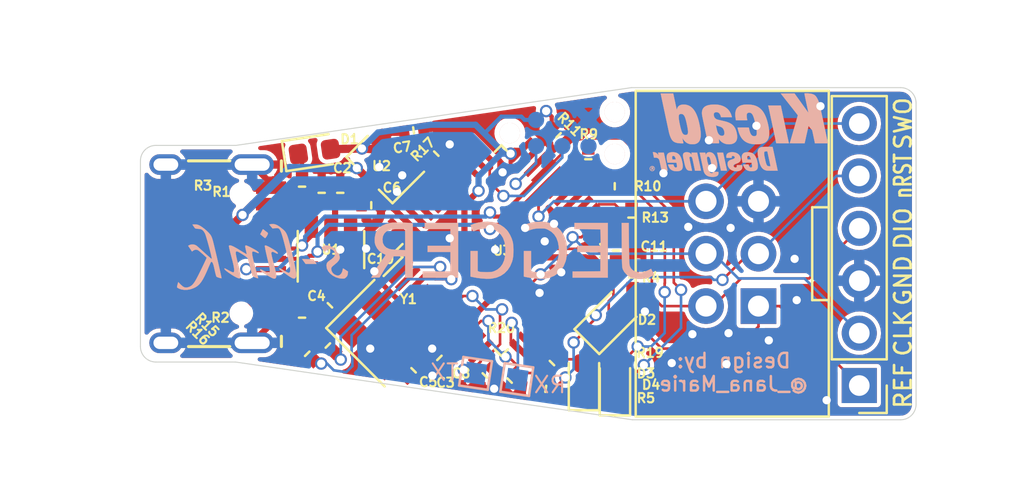
<source format=kicad_pcb>
(kicad_pcb (version 20211014) (generator pcbnew)
  (layers (0 "F.Cu" signal) (31 "B.Cu" signal) (34 "B.Paste" user) (35 "F.Paste" user) (36 "B.SilkS" user "B.Silkscreen") (37 "F.SilkS" user "F.Silkscreen") (38 "B.Mask" user) (39 "F.Mask" user) (44 "Edge.Cuts" user))
  (net 0 "")
  (net 1 "GND")
  (net 2 "VBUS")
  (net 3 "Net-(C4-Pad2)")
  (net 4 "Net-(C5-Pad1)")
  (net 5 "Net-(D1-Pad1)")
  (net 6 "Net-(J1-PadB5)")
  (net 7 "Net-(J1-PadA8)")
  (net 8 "D+")
  (net 9 "D-")
  (net 10 "Net-(J1-PadA5)")
  (net 11 "Net-(J1-PadB8)")
  (net 12 "Net-(U1-Pad3)")
  (net 13 "Net-(U1-Pad4)")
  (net 14 "+3V3")
  (net 15 "STM_NRST")
  (net 16 "REF")
  (net 17 "Net-(D2-Pad1)")
  (net 18 "Net-(D3-Pad1)")
  (net 19 "Net-(D4-Pad2)")
  (net 20 "Net-(P1-Pad6)")
  (net 21 "STM_JTCK")
  (net 22 "STM_JTMS")
  (net 23 "AIN_1")
  (net 24 "USB_RENUM")
  (net 25 "LED_STLINK")
  (net 26 "T_SWDIO_IN")
  (net 27 "T_JTMS")
  (net 28 "Net-(R15-Pad1)")
  (net 29 "Net-(R16-Pad1)")
  (net 30 "Net-(R17-Pad1)")
  (net 31 "T_JTCK")
  (net 32 "T_NRST")
  (net 33 "T_SWO")
  (net 34 "Net-(U3-Pad46)")
  (net 35 "Net-(U3-Pad45)")
  (net 36 "Net-(U3-Pad43)")
  (net 37 "Net-(U3-Pad42)")
  (net 38 "Net-(U3-Pad41)")
  (net 39 "Net-(U3-Pad40)")
  (net 40 "PWR_EN")
  (net 41 "Net-(U3-Pad22)")
  (net 42 "Net-(U3-Pad21)")
  (net 43 "T_JRST")
  (net 44 "T_JTDI")
  (net 45 "T_JTDO")
  (net 46 "Net-(U3-Pad14)")
  (net 47 "STLINK_RX")
  (net 48 "STLINK_TX")
  (net 49 "Net-(U3-Pad11)")
  (net 50 "Net-(U3-Pad4)")
  (net 51 "Net-(U3-Pad29)")
  (net 52 "Net-(P1-Pad3)")
  (footprint "otter:C_0402" (layer "F.Cu") (at 110.35 97.05 90)
    (fp_text reference "C2")
    (fp_text value "0.1µ" hide)
  )
  (footprint "otter:C_0402" (layer "F.Cu") (at 113.9 105.65 -135)
    (fp_text reference "C5")
    (fp_text value "22p" hide)
  )
  (footprint "LED_SMD:LED_0603_1608Metric" (layer "F.Cu") (at 109.1 95.05 8.5)
    (fp_text reference "D1")
    (fp_text value "PWR")
  )
  (footprint "otter:USB-C 16Pin" (layer "F.Cu") (at 107 100 -90)
    (fp_text reference "J1" hide)
    (fp_text value "USB")
  )
  (footprint "otter:IDC-Header_2x03_P2.54mm_Vertical_center" (layer "F.Cu") (at 129.3 100 180)
    (fp_text reference "J2" hide)
    (fp_text value "TC")
  )
  (footprint "otter:R_0402" (layer "F.Cu") (at 108.5 96.75 -90)
    (fp_text reference "R3")
    (fp_text value "5k1" hide)
  )
  (footprint "Package_TO_SOT_SMD:SOT-23-6" (layer "F.Cu") (at 109.9 99.8 90)
    (fp_text reference "U1")
    (fp_text value "USBLC6-4")
  )
  (footprint "otter:PinHeader_1x06_P2.54mm_Vertical_center" (layer "F.Cu") (at 135.45 100 180)
    (fp_text reference "J3" hide)
    (fp_text value "PINH")
  )
  (footprint "Crystal:Crystal_SMD_3225-4Pin_3.2x2.5mm" (layer "F.Cu") (at 112.25 103.85 -45)
    (fp_text reference "Y1")
    (fp_text value "8Mhz")
  )
  (footprint "otter:R_0402" (layer "F.Cu") (at 108.5 103.1 90)
    (fp_text reference "R2")
    (fp_text value "5k1" hide)
  )
  (footprint "otter:C_0402" (layer "F.Cu") (at 115.15 105.05 135)
    (fp_text reference "C3")
    (fp_text value "0.1µ" hide)
  )
  (footprint "otter:C_0402" (layer "F.Cu") (at 109.85 102.5 -135)
    (fp_text reference "C4")
    (fp_text value "22p" hide)
  )
  (footprint "otter:R_0402" (layer "F.Cu") (at 109.45 97.05 -90)
    (fp_text reference "R1")
    (fp_text value "5k1" hide)
  )
  (footprint "otter:C_0402" (layer "F.Cu") (at 111.85 97.65)
    (fp_text reference "C6")
    (fp_text value "10µ" hide)
  )
  (footprint "otter:C_0402" (layer "F.Cu") (at 113.9 94.01947 8.5)
    (fp_text reference "C7")
    (fp_text value "10µ" hide)
  )
  (footprint "otter:C_0402" (layer "F.Cu") (at 117.35 105.9 -135)
    (fp_text reference "C8")
    (fp_text value "0.1µ" hide)
  )
  (footprint "otter:C_0402" (layer "F.Cu") (at 112.25 99 135)
    (fp_text reference "C10")
    (fp_text value "0.1µ" hide)
  )
  (footprint "otter:C_0402" (layer "F.Cu") (at 123.7 99.85 90)
    (fp_text reference "C11")
    (fp_text value "0.1µ" hide)
  )
  (footprint "Diode_SMD:D_SOD-323" (layer "F.Cu") (at 123.35 103.2 45)
    (fp_text reference "D2")
    (fp_text value "BAT60JFILM")
  )
  (footprint "LED_SMD:LED_0603_1608Metric" (layer "F.Cu") (at 122.15 106.1 90)
    (fp_text reference "D3")
    (fp_text value "GREEN")
  )
  (footprint "LED_SMD:LED_0603_1608Metric" (layer "F.Cu") (at 123.65 106.350001 90)
    (fp_text reference "D4")
    (fp_text value "RED")
  )
  (footprint "otter:R_0402" (layer "F.Cu") (at 124.5 101.15 -90)
    (fp_text reference "R4")
    (fp_text value "10k" hide)
  )
  (footprint "otter:R_0402" (layer "F.Cu") (at 120.3 106.55 171.5)
    (fp_text reference "R5")
    (fp_text value "100" hide)
  )
  (footprint "otter:R_0402" (layer "F.Cu") (at 124.45 98.25 -90)
    (fp_text reference "R13")
    (fp_text value "100" hide)
  )
  (footprint "otter:R_0402" (layer "F.Cu") (at 109.75 104.45 135)
    (fp_text reference "R15")
    (fp_text value "5k1" hide)
  )
  (footprint "otter:R_0402" (layer "F.Cu") (at 108.75 104.85 135)
    (fp_text reference "R16")
    (fp_text value "5k1" hide)
  )
  (footprint "otter:R_0402" (layer "F.Cu") (at 120.6 105.3 -135)
    (fp_text reference "R19")
    (fp_text value "5k1" hide)
  )
  (footprint "otter:R_0402" (layer "F.Cu") (at 118.55 106.15 -135)
    (fp_text reference "R20")
    (fp_text value "5k1" hide)
  )
  (footprint "otter:LQFP-48_7x7mm_P0.5mm" (layer "F.Cu") (at 118.15 99.85 45)
    (fp_text reference "U3")
    (fp_text value "STM32F103CBTx" hide)
  )
  (footprint "Package_TO_SOT_SMD:SOT-23" (layer "F.Cu") (at 112.3 95.9 -135)
    (fp_text reference "U2")
    (fp_text value "MCP1700T-3302E/TT")
  )
  (footprint "otter:R_0402" (layer "F.Cu") (at 115 95.15 45)
    (fp_text reference "R17")
    (fp_text value "5k1" hide)
  )
  (footprint "otter:R_0402" (layer "F.Cu") (at 122.36 95.42 90)
    (fp_text reference "R9")
    (fp_text value "5k1" hide)
  )
  (footprint "otter:R_0402" (layer "F.Cu") (at 123.64 96.73 180)
    (fp_text reference "R10")
    (fp_text value "5k1" hide)
  )
  (footprint "otter:R_0402" (layer "F.Cu") (at 120.92 94.26 -45)
    (fp_text reference "R11")
    (fp_text value "1k5" hide)
  )
  (footprint "otter:TC2030" (layer "B.Cu") (at 121.1 94.15)
    (fp_text reference "P1" hide)
    (fp_text value "STM" hide)
  )
  (footprint "TestPoint:TestPoint_Pad_1.0x1.0mm" (layer "B.Cu") (at 118.9 106.1 -8.5)
    (fp_text reference "J4" hide)
    (fp_text value "RX")
  )
  (footprint "TestPoint:TestPoint_Pad_1.0x1.0mm" (layer "B.Cu") (at 116.9 105.8 -8.5)
    (fp_text reference "J5" hide)
    (fp_text value "TX")
  )
  (footprint "otter:kicad_designer_84" (layer "B.Cu") (at 129.65 94.25 180)
    (fp_text reference "G***" hide)
    (fp_text value "LOGO" hide)
  )
  (footprint "otter:jegger_233" (layer "B.Cu") (at 114 100.1 180)
    (fp_text reference "G***" hide)
    (fp_text value "LOGO" hide)
  )
  (gr_line (start 105.275 105.25) (end 101.425 105.25) (layer "Edge.Cuts") (width 0.05))
  (gr_arc (start 138.23 107.3) (mid 138.01033 107.83033) (end 137.48 108.05) (layer "Edge.Cuts") (width 0.05))
  (gr_arc (start 101.425 105.25) (mid 100.89467 105.03033) (end 100.675 104.5) (layer "Edge.Cuts") (width 0.05))
  (gr_line (start 100.675 104.5) (end 100.675 95.5) (layer "Edge.Cuts") (width 0.05))
  (gr_line (start 124.5 108.05) (end 105.275 105.25) (layer "Edge.Cuts") (width 0.05))
  (gr_arc (start 100.675 95.5) (mid 100.89467 94.96967) (end 101.425 94.75) (layer "Edge.Cuts") (width 0.05))
  (gr_line (start 105.3 94.75) (end 124.45 91.95) (layer "Edge.Cuts") (width 0.05))
  (gr_line (start 138.23 92.7) (end 138.23 107.3) (layer "Edge.Cuts") (width 0.05))
  (gr_line (start 137.48 108.05) (end 124.5 108.05) (layer "Edge.Cuts") (width 0.05))
  (gr_arc (start 137.48 91.95) (mid 138.01033 92.16967) (end 138.23 92.7) (layer "Edge.Cuts") (width 0.05))
  (gr_line (start 124.45 91.95) (end 137.48 91.95) (layer "Edge.Cuts") (width 0.05))
  (gr_line (start 101.425 94.75) (end 105.3 94.75) (layer "Edge.Cuts") (width 0.05))
  (gr_text "RX" (at 120.5 106.35) (layer "B.SilkS") (effects (font (size 0.8 0.8) (thickness 0.1)) (justify mirror)))
  (gr_text "Design by:\n@_Jana_Marie\n" (at 129.4 105.75) (layer "B.SilkS") (effects (font (size 0.7 0.7) (thickness 0.12)) (justify mirror)))
  (gr_text "TX" (at 115.4 105.75) (layer "B.SilkS") (effects (font (size 0.8 0.8) (thickness 0.1)) (justify mirror)))
  (gr_text "REF\n" (at 137.6 106.39 90) (layer "F.SilkS") (effects (font (size 0.8 0.8) (thickness 0.13))))
  (gr_text "CLK" (at 137.6 103.85 90) (layer "F.SilkS") (effects (font (size 0.8 0.8) (thickness 0.13))))
  (gr_text "nRST" (at 137.6 96.23 90) (layer "F.SilkS") (effects (font (size 0.8 0.6) (thickness 0.13))))
  (gr_text "SWO" (at 137.6 93.69 90) (layer "F.SilkS") (effects (font (size 0.8 0.8) (thickness 0.13))))
  (gr_text "GND" (at 137.6 101.3 90) (layer "F.SilkS") (effects (font (size 0.8 0.8) (thickness 0.13))))
  (gr_text "DIO" (at 137.6 98.775 90) (layer "F.SilkS") (effects (font (size 0.8 0.8) (thickness 0.13))))
  (segment (start 118.21766 106.48234) (end 117.63234 106.48234) (width 0.127) (layer "F.Cu") (net 1))
  (segment (start 123.5 99.38) (end 123.08 99.8) (width 0.2) (layer "F.Cu") (net 1))
  (segment (start 110.359117 101.990883) (end 110.18234 102.16766) (width 0.2) (layer "F.Cu") (net 1))
  (segment (start 112.426777 105.228858) (end 113.269178 106.071259) (width 0.2) (layer "F.Cu") (net 1))
  (segment (start 114.81766 104.71766) (end 114.81766 104.61766) (width 0.127) (layer "F.Cu") (net 1))
  (segment (start 115.109999 106.209999) (end 114.81 105.91) (width 0.127) (layer "F.Cu") (net 1))
  (segment (start 113.269178 106.071259) (end 114.648741 106.071259) (width 0.2) (layer "F.Cu") (net 1))
  (segment (start 117.739464 106.48234) (end 117.800905 106.543781) (width 0.2) (layer "F.Cu") (net 1))
  (segment (start 118.634335 96.054131) (end 118.210071 96.054131) (width 0.127) (layer "F.Cu") (net 1))
  (segment (start 109.9 100.9) (end 109.9 101.88532) (width 0.3) (layer "F.Cu") (net 1))
  (segment (start 108.800001 96.919999) (end 109.110001 96.919999) (width 0.3) (layer "F.Cu") (net 1))
  (segment (start 122.432489 99.8) (end 122.397295 99.764806) (width 0.127) (layer "F.Cu") (net 1))
  (segment (start 119.502342 95.315678) (end 118.769667 96.048353) (width 0.127) (layer "F.Cu") (net 1))
  (segment (start 109.110001 96.919999) (end 109.45 96.58) (width 0.3) (layer "F.Cu") (net 1))
  (segment (start 109.41766 104.11766) (end 109.04766 104.11766) (width 0.2) (layer "F.Cu") (net 1))
  (segment (start 116.840883 106.409117) (end 115.309117 106.409117) (width 0.127) (layer "F.Cu") (net 1))
  (segment (start 115.309117 106.409117) (end 115.109999 106.209999) (width 0.127) (layer "F.Cu") (net 1))
  (segment (start 108.160001 96.880001) (end 108.5 97.22) (width 0.3) (layer "F.Cu") (net 1))
  (segment (start 113.364214 94.673083) (end 112.238316 95.798981) (width 0.127) (layer "F.Cu") (net 1))
  (segment (start 115.53234 94.81766) (end 115.65 94.7) (width 0.127) (layer "F.Cu") (net 1))
  (segment (start 107 103.405) (end 106.085 104.32) (width 0.3) (layer "F.Cu") (net 1))
  (segment (start 123.08 99.8) (end 122.432489 99.8) (width 0.127) (layer "F.Cu") (net 1))
  (segment (start 118.640113 96.048353) (end 118.634335 96.054131) (width 0.127) (layer "F.Cu") (net 1))
  (segment (start 107 96.8) (end 107.080001 96.880001) (width 0.3) (layer "F.Cu") (net 1))
  (segment (start 108.41766 104.51766) (end 108.41766 103.65234) (width 0.2) (layer "F.Cu") (net 1))
  (segment (start 109.9 101.88532) (end 110.18234 102.16766) (width 0.3) (layer "F.Cu") (net 1))
  (segment (start 107 96.8) (end 107 96.595) (width 0.3) (layer "F.Cu") (net 1))
  (segment (start 115.736998 103.323662) (end 114.81766 104.243) (width 0.2) (layer "F.Cu") (net 1))
  (segment (start 122.397295 99.764806) (end 120.614806 99.764806) (width 0.127) (layer "F.Cu") (net 1))
  (segment (start 114.81766 104.243) (end 114.8 104.6) (width 0.2) (layer "F.Cu") (net 1))
  (segment (start 120.614806 99.764806) (end 120.25 99.4) (width 0.127) (layer "F.Cu") (net 1))
  (segment (start 121.745936 100.628328) (end 121.474264 100.9) (width 0.2) (layer "F.Cu") (net 1))
  (segment (start 117.63234 106.48234) (end 117.26766 106.48234) (width 0.127) (layer "F.Cu") (net 1))
  (segment (start 113.945085 94.673083) (end 113.364214 94.673083) (width 0.127) (layer "F.Cu") (net 1))
  (segment (start 107 103.2) (end 107 103.405) (width 0.3) (layer "F.Cu") (net 1))
  (segment (start 117.01766 106.23234) (end 116.840883 106.409117) (width 0.127) (layer "F.Cu") (net 1))
  (segment (start 110.373833 101.976167) (end 110.359117 101.990883) (width 0.2) (layer "F.Cu") (net 1))
  (segment (start 118.769667 96.048353) (end 118.640113 96.048353) (width 0.127) (layer "F.Cu") (net 1))
  (segment (start 107 96.595) (end 106.085 95.68) (width 0.3) (layer "F.Cu") (net 1))
  (segment (start 122.039614 100.628328) (end 121.745936 100.628328) (width 0.2) (layer "F.Cu") (net 1))
  (segment (start 123.55 99.38) (end 123.5 99.38) (width 0.2) (layer "F.Cu") (net 1))
  (segment (start 108.41766 103.65234) (end 108.5 103.57) (width 0.2) (layer "F.Cu") (net 1))
  (segment (start 114.81766 104.61766) (end 114.8 104.6) (width 0.127) (layer "F.Cu") (net 1))
  (segment (start 107.080001 96.880001) (end 108.160001 96.880001) (width 0.3) (layer "F.Cu") (net 1))
  (segment (start 115.33234 94.81766) (end 115.53234 94.81766) (width 0.127) (layer "F.Cu") (net 1))
  (segment (start 109.41766 104.11766) (end 108.81766 104.11766) (width 0.2) (layer "F.Cu") (net 1))
  (segment (start 114.364837 93.95) (end 114.364837 94.253331) (width 0.127) (layer "F.Cu") (net 1))
  (segment (start 109.04766 104.11766) (end 108.5 103.57) (width 0.2) (layer "F.Cu") (net 1))
  (segment (start 122.684322 101.202342) (end 122.613628 101.202342) (width 0.2) (layer "F.Cu") (net 1))
  (segment (start 116.840883 106.409117) (end 116.690883 106.409117) (width 0.3) (layer "F.Cu") (net 1))
  (segment (start 121.474264 100.9) (end 121.05 100.9) (width 0.2) (layer "F.Cu") (net 1))
  (segment (start 108.5 97.22) (end 108.800001 96.919999) (width 0.3) (layer "F.Cu") (net 1))
  (segment (start 108.81766 104.11766) (end 108.41766 104.51766) (width 0.2) (layer "F.Cu") (net 1))
  (segment (start 117.26766 106.48234) (end 117.06766 106.28234) (width 0.127) (layer "F.Cu") (net 1))
  (segment (start 114.648741 106.071259) (end 114.81 105.91) (width 0.2) (layer "F.Cu") (net 1))
  (segment (start 111.578248 101.976167) (end 110.373833 101.976167) (width 0.2) (layer "F.Cu") (net 1))
  (segment (start 122.613628 101.202342) (end 122.039614 100.628328) (width 0.2) (layer "F.Cu") (net 1))
  (segment (start 117.63234 106.48234) (end 117.739464 106.48234) (width 0.2) (layer "F.Cu") (net 1))
  (segment (start 112.073223 102.471142) (end 111.578248 101.976167) (width 0.2) (layer "F.Cu") (net 1))
  (segment (start 114.364837 94.253331) (end 113.945085 94.673083) (width 0.127) (layer "F.Cu") (net 1))
  (via (at 126.4 105.3) (size 0.6) (drill 0.4) (layers "F.Cu" "B.Cu") (net 1))
  (via (at 126 96.1) (size 0.6) (drill 0.4) (layers "F.Cu" "B.Cu") (net 1))
  (via (at 129.15 103.85) (size 0.6) (drill 0.4) (layers "F.Cu" "B.Cu") (net 1))
  (via (at 121.05 100.9) (size 0.6) (drill 0.4) (layers "F.Cu" "B.Cu") (net 1))
  (via (at 115.65 99.25) (size 0.6) (drill 0.4) (layers "F.Cu" "B.Cu") (net 1))
  (via (at 111.6 99.75) (size 0.6) (drill 0.4) (layers "F.Cu" "B.Cu") (net 1))
  (via (at 133.6 92.85) (size 0.6) (drill 0.4) (layers "F.Cu" "B.Cu") (net 1))
  (via (at 120 101.9) (size 0.6) (drill 0.4) (layers "F.Cu" "B.Cu") (net 1))
  (via (at 112 100.85) (size 0.6) (drill 0.4) (layers "F.Cu" "B.Cu") (net 1))
  (via (at 119.3 98.75) (size 0.6) (drill 0.4) (layers "F.Cu" "B.Cu") (net 1))
  (via (at 117.85 99.8) (size 0.6) (drill 0.4) (layers "F.Cu" "B.Cu") (net 1))
  (via (at 120.25 99.4) (size 0.6) (drill 0.4) (layers "F.Cu" "B.Cu") (net 1))
  (via (at 128.35 95.85) (size 0.6) (drill 0.4) (layers "F.Cu" "B.Cu") (net 1))
  (via (at 113.35 96.2) (size 0.6) (drill 0.4) (layers "F.Cu" "B.Cu") (net 1))
  (via (at 114.8 104.6) (size 0.6) (drill 0.4) (layers "F.Cu" "B.Cu") (net 1))
  (via (at 113.1 97) (size 0.6) (drill 0.4) (layers "F.Cu" "B.Cu") (net 1))
  (via (at 115.65 94.7) (size 0.6) (drill 0.4) (layers "F.Cu" "B.Cu") (net 1))
  (via (at 131.1 104.2) (size 0.6) (drill 0.4) (layers "F.Cu" "B.Cu") (net 1))
  (via (at 133.9 107.1) (size 0.6) (drill 0.4) (layers "F.Cu" "B.Cu") (net 1))
  (via (at 132.35 100.25) (size 0.6) (drill 0.4) (layers "F.Cu" "B.Cu") (net 1))
  (via (at 129.05 105.35) (size 0.6) (drill 0.4) (layers "F.Cu" "B.Cu") (net 1))
  (via (at 125.1 102.8) (size 0.6) (drill 0.4) (layers "F.Cu" "B.Cu") (net 1))
  (via (at 130.5 93.8) (size 0.6) (drill 0.4) (layers "F.Cu" "B.Cu") (net 1))
  (via (at 128.2 94.5) (size 0.6) (drill 0.4) (layers "F.Cu" "B.Cu") (net 1))
  (via (at 117.800905 106.543781) (size 0.6) (drill 0.4) (layers "F.Cu" "B.Cu") (net 1))
  (via (at 114.81 105.91) (size 0.6) (drill 0.4) (layers "F.Cu" "B.Cu") (net 1))
  (via (at 110.35 99.8) (size 0.6) (drill 0.4) (layers "F.Cu" "B.Cu") (net 1))
  (via (at 112.238316 95.798981) (size 0.6) (drill 0.4) (layers "F.Cu" "B.Cu") (net 1))
  (via (at 129.25 98.75) (size 0.6) (drill 0.4) (layers "F.Cu" "B.Cu") (net 1))
  (via (at 118.210071 96.054131) (size 0.6) (drill 0.4) (layers "F.Cu" "B.Cu") (net 1))
  (via (at 127.4 103.9) (size 0.6) (drill 0.4) (layers "F.Cu" "B.Cu") (net 1))
  (via (at 120.7 98.55) (size 0.6) (drill 0.4) (layers "F.Cu" "B.Cu") (net 1))
  (via (at 132.45 102.25) (size 0.6) (drill 0.4) (layers "F.Cu" "B.Cu") (net 1))
  (via (at 127.2 98.7) (size 0.6) (drill 0.4) (layers "F.Cu" "B.Cu") (net 1))
  (via (at 111.8 104.6) (size 0.6) (drill 0.4) (layers "F.Cu" "B.Cu") (net 1))
  (segment (start 117.910072 96.35413) (end 117.910072 96.705946) (width 0.127) (layer "B.Cu") (net 1))
  (segment (start 117.686499 97.113501) (end 117.2 97.6) (width 0.127) (layer "B.Cu") (net 1))
  (segment (start 117.2 97.6) (end 116.8 97.6) (width 0.127) (layer "B.Cu") (net 1))
  (segment (start 117.686499 96.929519) (end 117.686499 97.013501) (width 0.127) (layer "B.Cu") (net 1))
  (segment (start 117.910072 96.705946) (end 117.686499 96.929519) (width 0.127) (layer "B.Cu") (net 1))
  (segment (start 117.686499 97.013501) (end 117.686499 97.113501) (width 0.127) (layer "B.Cu") (net 1))
  (segment (start 118.210071 96.054131) (end 117.910072 96.35413) (width 0.127) (layer "B.Cu") (net 1))
  (segment (start 107 102.4) (end 106.138002 102.4) (width 0.4) (layer "F.Cu") (net 2))
  (segment (start 111.25 97.52) (end 111.38 97.65) (width 0.3) (layer "F.Cu") (net 2))
  (segment (start 110.35 97.52) (end 111.25 97.52) (width 0.3) (layer "F.Cu") (net 2))
  (segment (start 111.592893 96.607107) (end 111.592893 96.292893) (width 0.4) (layer "F.Cu") (net 2))
  (segment (start 111.38 97.65) (end 111.38 96.82) (width 0.4) (layer "F.Cu") (net 2))
  (segment (start 106.138002 97.6) (end 107 97.6) (width 0.4) (layer "F.Cu") (net 2))
  (segment (start 109.9 98.7) (end 110.100001 98.499999) (width 0.3) (layer "F.Cu") (net 2))
  (segment (start 104.999998 101.261996) (end 104.999998 98.738004) (width 0.4) (layer "F.Cu") (net 2))
  (segment (start 106.138002 102.4) (end 104.999998 101.261996) (width 0.4) (layer "F.Cu") (net 2))
  (segment (start 104.999998 98.738004) (end 106.138002 97.6) (width 0.4) (layer "F.Cu") (net 2))
  (segment (start 111.38 96.82) (end 111.592893 96.607107) (width 0.4) (layer "F.Cu") (net 2))
  (segment (start 110.100001 98.499999) (end 110.100001 97.769999) (width 0.3) (layer "F.Cu") (net 2))
  (segment (start 110.100001 97.769999) (end 110.35 97.52) (width 0.3) (layer "F.Cu") (net 2))
  (segment (start 111.592893 96.292893) (end 111.15 95.85) (width 0.4) (layer "F.Cu") (net 2))
  (via (at 111.15 95.85) (size 0.6) (drill 0.4) (layers "F.Cu" "B.Cu") (net 2))
  (via (at 105.619001 98.119001) (size 0.6) (drill 0.4) (layers "F.Cu" "B.Cu") (net 2))
  (segment (start 107.888002 95.85) (end 105.619001 98.119001) (width 0.4) (layer "B.Cu") (net 2))
  (segment (start 111.15 95.85) (end 107.888002 95.85) (width 0.4) (layer "B.Cu") (net 2))
  (segment (start 110.373223 103.673223) (end 110.871142 103.673223) (width 0.127) (layer "F.Cu") (net 3))
  (segment (start 109.744472 103.044472) (end 110.373223 103.673223) (width 0.127) (layer "F.Cu") (net 3))
  (segment (start 114.306762 102.632578) (end 113.467422 102.632578) (width 0.127) (layer "F.Cu") (net 3))
  (segment (start 109.51766 102.83234) (end 109.729792 103.044472) (width 0.127) (layer "F.Cu") (net 3))
  (segment (start 112.426777 103.673223) (end 111.71967 103.673223) (width 0.127) (layer "F.Cu") (net 3))
  (segment (start 114.676338 102.263002) (end 114.306762 102.632578) (width 0.127) (layer "F.Cu") (net 3))
  (segment (start 111.71967 103.673223) (end 110.871142 103.673223) (width 0.127) (layer "F.Cu") (net 3))
  (segment (start 113.467422 102.632578) (end 112.426777 103.673223) (width 0.127) (layer "F.Cu") (net 3))
  (segment (start 109.729792 103.044472) (end 109.744472 103.044472) (width 0.127) (layer "F.Cu") (net 3))
  (segment (start 114.23234 105.305564) (end 114.23234 105.31766) (width 0.127) (layer "F.Cu") (net 4))
  (segment (start 113.628858 104.702082) (end 114.23234 105.305564) (width 0.127) (layer "F.Cu") (net 4))
  (segment (start 115.029891 102.616555) (end 115.029891 102.625744) (width 0.127) (layer "F.Cu") (net 4))
  (segment (start 115.029891 102.625744) (end 113.628858 104.026777) (width 0.127) (layer "F.Cu") (net 4))
  (segment (start 113.628858 104.026777) (end 113.628858 104.702082) (width 0.127) (layer "F.Cu") (net 4))
  (segment (start 108.5 95.34525) (end 108.32115 95.1664) (width 0.2) (layer "F.Cu") (net 5))
  (segment (start 108.5 96.28) (end 108.5 95.34525) (width 0.2) (layer "F.Cu") (net 5))
  (segment (start 107.997 101.75) (end 108.5 102.253) (width 0.127) (layer "F.Cu") (net 6))
  (segment (start 108.5 102.253) (end 108.5 102.63) (width 0.127) (layer "F.Cu") (net 6))
  (segment (start 107 101.75) (end 107.997 101.75) (width 0.127) (layer "F.Cu") (net 6))
  (segment (start 121.25234 94.59234) (end 121.25234 94.979894) (width 0.127) (layer "F.Cu") (net 8))
  (segment (start 121.25234 94.979894) (end 120.209449 96.022785) (width 0.127) (layer "F.Cu") (net 8))
  (segment locked (start 108.95 99.15) (end 108.95 98.7) (width 0.2) (layer "F.Cu") (net 8))
  (segment locked (start 120.209449 96.093479) (end 118.102928 98.2) (width 0.2) (layer "F.Cu") (net 8))
  (segment locked (start 107 100.75) (end 105.8 100.75) (width 0.2) (layer "F.Cu") (net 8))
  (segment locked (start 118.102928 98.2) (end 117.8 98.2) (width 0.2) (layer "F.Cu") (net 8))
  (segment locked (start 117.8 98.2) (end 117.6 98) (width 0.2) (layer "F.Cu") (net 8))
  (segment locked (start 108.35 99.75) (end 108.95 99.15) (width 0.2) (layer "F.Cu") (net 8))
  (segment locked (start 107 99.75) (end 108.35 99.75) (width 0.2) (layer "F.Cu") (net 8))
  (segment locked (start 120.209449 96.022785) (end 120.209449 96.093479) (width 0.2) (layer "F.Cu") (net 8))
  (via locked (at 105.8 100.75) (size 0.6) (drill 0.4) (layers "F.Cu" "B.Cu") (net 8))
  (via locked (at 108.5 99.6) (size 0.6) (drill 0.4) (layers "F.Cu" "B.Cu") (net 8))
  (via locked (at 117.6 98) (size 0.6) (drill 0.4) (layers "F.Cu" "B.Cu") (net 8))
  (segment locked (start 107.35 100.75) (end 108.5 99.6) (width 0.2) (layer "B.Cu") (net 8))
  (segment locked (start 109.617156 98.2) (end 117.4 98.2) (width 0.2) (layer "B.Cu") (net 8))
  (segment locked (start 108.65 99.167156) (end 109.617156 98.2) (width 0.2) (layer "B.Cu") (net 8))
  (segment locked (start 108.5 99.6) (end 108.5 99.45) (width 0.2) (layer "B.Cu") (net 8))
  (segment locked (start 108.5 99.45) (end 108.65 99.3) (width 0.2) (layer "B.Cu") (net 8))
  (segment locked (start 117.4 98.2) (end 117.6 98) (width 0.2) (layer "B.Cu") (net 8))
  (segment locked (start 105.8 100.75) (end 107.35 100.75) (width 0.2) (layer "B.Cu") (net 8))
  (segment locked (start 108.65 99.3) (end 108.65 99.167156) (width 0.2) (layer "B.Cu") (net 8))
  (segment locked (start 109.05 100.1) (end 109.25 99.9) (width 0.2) (layer "F.Cu") (net 9))
  (segment locked (start 108.3 100.25) (end 108.7 100.25) (width 0.2) (layer "F.Cu") (net 9))
  (segment locked (start 108.7 100.25) (end 108.85 100.1) (width 0.2) (layer "F.Cu") (net 9))
  (segment locked (start 120.563002 96.376338) (end 120.492308 96.376338) (width 0.2) (layer "F.Cu") (net 9))
  (segment locked (start 117.8 98.6) (end 117.6 98.8) (width 0.2) (layer "F.Cu") (net 9))
  (segment locked (start 118.268646 98.6) (end 117.8 98.6) (width 0.2) (layer "F.Cu") (net 9))
  (segment locked (start 120.492308 96.376338) (end 118.268646 98.6) (width 0.2) (layer "F.Cu") (net 9))
  (segment locked (start 105.974999 100.036995) (end 106.188004 100.25) (width 0.2) (layer "F.Cu") (net 9))
  (segment locked (start 105.974999 99.350001) (end 105.974999 100.036995) (width 0.2) (layer "F.Cu") (net 9))
  (segment locked (start 107 99.25) (end 106.075 99.25) (width 0.2) (layer "F.Cu") (net 9))
  (segment locked (start 108.85 100.1) (end 109.05 100.1) (width 0.2) (layer "F.Cu") (net 9))
  (segment locked (start 108.95 100.9) (end 108.95 100.5) (width 0.2) (layer "F.Cu") (net 9))
  (segment locked (start 106.188004 100.25) (end 107 100.25) (width 0.2) (layer "F.Cu") (net 9))
  (segment locked (start 108.95 100.5) (end 108.7 100.25) (width 0.2) (layer "F.Cu") (net 9))
  (segment locked (start 107.925 100.25) (end 107 100.25) (width 0.2) (layer "F.Cu") (net 9))
  (segment locked (start 108.3 100.25) (end 107.925 100.25) (width 0.2) (layer "F.Cu") (net 9))
  (segment locked (start 106.075 99.25) (end 105.974999 99.350001) (width 0.2) (layer "F.Cu") (net 9))
  (via locked (at 109.25 99.9) (size 0.6) (drill 0.4) (layers "F.Cu" "B.Cu") (net 9))
  (via locked (at 117.6 98.8) (size 0.6) (drill 0.4) (layers "F.Cu" "B.Cu") (net 9))
  (segment locked (start 109.782844 98.6) (end 117.4 98.6) (width 0.2) (layer "B.Cu") (net 9))
  (segment locked (start 117.4 98.6) (end 117.6 98.8) (width 0.2) (layer "B.Cu") (net 9))
  (segment locked (start 109.25 99.9) (end 109.25 99.132844) (width 0.2) (layer "B.Cu") (net 9))
  (segment locked (start 109.25 99.132844) (end 109.782844 98.6) (width 0.2) (layer "B.Cu") (net 9))
  (segment (start 109.33 97.52) (end 109.45 97.52) (width 0.127) (layer "F.Cu") (net 10))
  (segment (start 108.2 98.05) (end 108.45 97.8) (width 0.127) (layer "F.Cu") (net 10))
  (segment (start 108.45 97.8) (end 109.05 97.8) (width 0.127) (layer "F.Cu") (net 10))
  (segment (start 107.852 98.75) (end 108.2 98.402) (width 0.127) (layer "F.Cu") (net 10))
  (segment (start 107 98.75) (end 107.852 98.75) (width 0.127) (layer "F.Cu") (net 10))
  (segment (start 109.05 97.8) (end 109.33 97.52) (width 0.127) (layer "F.Cu") (net 10))
  (segment (start 108.2 98.402) (end 108.2 98.05) (width 0.127) (layer "F.Cu") (net 10))
  (segment (start 117.9 101.75) (end 118.1 101.75) (width 0.3) (layer "F.Cu") (net 14))
  (segment (start 116.362124 100.012124) (end 116.362124 97.633223) (width 0.3) (layer "F.Cu") (net 14))
  (segment (start 123.250008 100.848788) (end 123.037876 100.848788) (width 0.127) (layer "F.Cu") (net 14))
  (segment (start 123.037876 100.832124) (end 123.55 100.32) (width 0.3) (layer "F.Cu") (net 14))
  (segment (start 120.58766 93.354244) (end 120.318136 93.08472) (width 0.2) (layer "F.Cu") (net 14))
  (segment (start 123.55 100.336664) (end 123.037876 100.848788) (width 0.3) (layer "F.Cu") (net 14))
  (segment (start 122.614731 100.213511) (end 122.261208 100.213511) (width 0.3) (layer "F.Cu") (net 14))
  (segment (start 121.95516 105.11766) (end 122.15 105.3125) (width 0.127) (layer "F.Cu") (net 14))
  (segment (start 120.58766 93.92766) (end 120.58766 93.354244) (width 0.2) (layer "F.Cu") (net 14))
  (segment (start 111.4 94.9) (end 111.922897 94.9336) (width 0.4) (layer "F.Cu") (net 14))
  (segment (start 123.037876 100.848788) (end 123.037876 100.832124) (width 0.3) (layer "F.Cu") (net 14))
  (segment (start 119.671683 100.178317) (end 118.1 101.75) (width 0.3) (layer "F.Cu") (net 14))
  (segment (start 123.575389 102.074611) (end 123.575389 101.174169) (width 0.127) (layer "F.Cu") (net 14))
  (segment (start 119.148788 94.962124) (end 118.787876 94.962124) (width 0.2) (layer "F.Cu") (net 14))
  (segment (start 116.362124 100.012124) (end 116.362124 100.212124) (width 0.3) (layer "F.Cu") (net 14))
  (segment (start 113.262124 98.851212) (end 113.063468 98.851212) (width 0.3) (layer "F.Cu") (net 14))
  (segment (start 115.48234 105.028786) (end 115.48234 105.38234) (width 0.2) (layer "F.Cu") (net 14))
  (segment (start 123.037876 100.636656) (end 122.614731 100.213511) (width 0.3) (layer "F.Cu") (net 14))
  (segment (start 113.435163 94.08894) (end 112.767557 94.08894) (width 0.4) (layer "F.Cu") (net 14))
  (segment (start 109.87885 94.9336) (end 111.4 94.9) (width 0.4) (layer "F.Cu") (net 14))
  (segment (start 116.256275 99.906275) (end 116.362124 100.012124) (width 0.3) (layer "F.Cu") (net 14))
  (segment (start 116.090551 103.677215) (end 115.516538 104.251228) (width 0.2) (layer "F.Cu") (net 14))
  (segment (start 122.261208 100.213511) (end 122.226014 100.178317) (width 0.3) (layer "F.Cu") (net 14))
  (segment (start 116.444105 95.669231) (end 117.045452 96.270578) (width 0.2) (layer "F.Cu") (net 14))
  (segment (start 122.15 105.3125) (end 122.625 105.3125) (width 0.127) (layer "F.Cu") (net 14))
  (segment (start 117.045452 96.270578) (end 117.045452 96.525631) (width 0.2) (layer "F.Cu") (net 14))
  (segment (start 113.367973 99.906275) (end 116.256275 99.906275) (width 0.3) (layer "F.Cu") (net 14))
  (segment (start 113.262124 100.012124) (end 112.58234 99.33234) (width 0.3) (layer "F.Cu") (net 14))
  (segment (start 118.072474 101.75) (end 116.769273 103.053201) (width 0.3) (layer "F.Cu") (net 14))
  (segment (start 123.575389 101.174169) (end 123.250008 100.848788) (width 0.127) (layer "F.Cu") (net 14))
  (segment (start 115.516538 104.251228) (end 115.516538 104.994588) (width 0.2) (layer "F.Cu") (net 14))
  (segment (start 113.262124 100.848788) (end 113.262124 100.012124) (width 0.3) (layer "F.Cu") (net 14))
  (segment (start 115.516538 104.994588) (end 115.48234 105.028786) (width 0.2) (layer "F.Cu") (net 14))
  (segment (start 118.6 95.581608) (end 118.6 95.574264) (width 0.2) (layer "F.Cu") (net 14))
  (segment (start 122.625 105.3125) (end 123.35 104.5875) (width 0.127) (layer "F.Cu") (net 14))
  (segment (start 116.745453 97.249894) (end 117.045452 96.949895) (width 0.3) (layer "F.Cu") (net 14))
  (segment (start 113.063468 98.851212) (end 112.58234 99.33234) (width 0.3) (layer "F.Cu") (net 14))
  (segment (start 122.226014 100.178317) (end 119.671683 100.178317) (width 0.3) (layer "F.Cu") (net 14))
  (segment (start 118.6 95.574264) (end 118.6 95.15) (width 0.2) (layer "F.Cu") (net 14))
  (segment (start 120.83234 105.11766) (end 121.95516 105.11766) (width 0.127) (layer "F.Cu") (net 14))
  (segment (start 123.35 104.5875) (end 123.35 102.3) (width 0.127) (layer "F.Cu") (net 14))
  (segment (start 116.362124 97.633223) (end 116.745453 97.249894) (width 0.3) (layer "F.Cu") (net 14))
  (segment (start 117.045452 96.525631) (end 117.045452 96.949895) (width 0.2) (layer "F.Cu") (net 14))
  (segment (start 123.35 102.3) (end 123.575389 102.074611) (width 0.127) (layer "F.Cu") (net 14))
  (segment (start 118.1 101.75) (end 118.072474 101.75) (width 0.3) (layer "F.Cu") (net 14))
  (segment (start 116.769273 103.053201) (end 116.714565 103.053201) (width 0.3) (layer "F.Cu") (net 14))
  (segment (start 116.090551 103.677215) (end 116.714565 103.053201) (width 0.2) (layer "F.Cu") (net 14))
  (segment (start 113.262124 100.012124) (end 113.367973 99.906275) (width 0.3) (layer "F.Cu") (net 14))
  (segment (start 116.362124 100.212124) (end 117.9 101.75) (width 0.3) (layer "F.Cu") (net 14))
  (segment (start 123.037876 100.848788) (end 123.037876 100.636656) (width 0.3) (layer "F.Cu") (net 14))
  (segment (start 118.787876 94.962124) (end 118.6 95.15) (width 0.2) (layer "F.Cu") (net 14))
  (segment (start 111.922897 94.9336) (end 112.335355 94.521142) (width 0.4) (layer "F.Cu") (net 14))
  (segment (start 112.767557 94.08894) (end 112.335355 94.521142) (width 0.4) (layer "F.Cu") (net 14))
  (segment (start 123.55 100.32) (end 123.55 100.336664) (width 0.3) (layer "F.Cu") (net 14))
  (via (at 111.4 94.9) (size 0.6) (drill 0.4) (layers "F.Cu" "B.Cu") (net 14))
  (via (at 118.6 95.15) (size 0.6) (drill 0.4) (layers "F.Cu" "B.Cu") (net 14))
  (via (at 120.318136 93.08472) (size 0.6) (drill 0.4) (layers "F.Cu" "B.Cu") (net 14))
  (via (at 117.045452 96.949895) (size 0.6) (drill 0.4) (layers "F.Cu" "B.Cu") (net 14))
  (segment (start 118.05 94.85) (end 118.05 94.9) (width 0.2) (layer "B.Cu") (net 14))
  (segment (start 119.83 93.515) (end 119.275021 93.515) (width 0.2) (layer "B.Cu") (net 14))
  (segment (start 118.144031 93.355969) (end 117.35 94.15) (width 0.2) (layer "B.Cu") (net 14))
  (segment (start 117.045452 96.242546) (end 117.045452 96.525631) (width 0.3) (layer "B.Cu") (net 14))
  (segment (start 111.4 94.9) (end 112.176436 94.123564) (width 0.3) (layer "B.Cu") (net 14))
  (segment (start 119.275021 93.515) (end 119.11599 93.355969) (width 0.2) (layer "B.Cu") (net 14))
  (segment (start 118.05 94.9) (end 118.3 95.15) (width 0.2) (layer "B.Cu") (net 14))
  (segment (start 112.176436 94.123564) (end 114.731353 93.75) (width 0.3) (layer "B.Cu") (net 14))
  (segment (start 118.6 95.15) (end 118.137998 95.15) (width 0.3) (layer "B.Cu") (net 14))
  (segment (start 118.137998 95.15) (end 117.045452 96.242546) (width 0.3) (layer "B.Cu") (net 14))
  (segment (start 117.045452 96.525631) (end 117.045452 96.949895) (width 0.3) (layer "B.Cu") (net 14))
  (segment (start 119.11599 93.355969) (end 118.144031 93.355969) (width 0.2) (layer "B.Cu") (net 14))
  (segment (start 120.26028 93.08472) (end 119.83 93.515) (width 0.2) (layer "B.Cu") (net 14))
  (segment (start 120.318136 93.08472) (end 120.26028 93.08472) (width 0.2) (layer "B.Cu") (net 14))
  (segment (start 114.731353 93.75) (end 116.900001 93.75) (width 0.3) (layer "B.Cu") (net 14))
  (segment (start 118.3 95.15) (end 118.6 95.15) (width 0.2) (layer "B.Cu") (net 14))
  (segment (start 116.900001 93.75) (end 118.000001 94.85) (width 0.3) (layer "B.Cu") (net 14))
  (segment (start 115.383445 102.970109) (end 116.303554 102.05) (width 0.127) (layer "F.Cu") (net 15))
  (segment (start 117.73234 105.61766) (end 117.73234 104.74154) (width 0.127) (layer "F.Cu") (net 15))
  (segment (start 118.086498 104.387382) (end 118.086498 102.797643) (width 0.127) (layer "F.Cu") (net 15))
  (segment (start 116.325736 102.05) (end 116.75 102.05) (width 0.127) (layer "F.Cu") (net 15))
  (segment (start 116.303554 102.05) (end 116.325736 102.05) (width 0.127) (layer "F.Cu") (net 15))
  (segment (start 118.086498 102.797643) (end 118.185473 102.698668) (width 0.127) (layer "F.Cu") (net 15))
  (segment (start 117.73234 104.74154) (end 118.086498 104.387382) (width 0.127) (layer "F.Cu") (net 15))
  (via (at 116.75 102.05) (size 0.6) (drill 0.4) (layers "F.Cu" "B.Cu") (net 15))
  (via (at 118.185473 102.698668) (size 0.6) (drill 0.4) (layers "F.Cu" "B.Cu") (net 15))
  (segment (start 118.185473 102.698668) (end 117.398668 102.698668) (width 0.127) (layer "B.Cu") (net 15))
  (segment (start 117.398668 102.698668) (end 116.75 102.05) (width 0.127) (layer "B.Cu") (net 15))
  (segment (start 125.916726 104.6) (end 124.092462 102.775736) (width 0.127) (layer "F.Cu") (net 16))
  (segment (start 124.092462 102.775736) (end 124.092462 102.457538) (width 0.127) (layer "F.Cu") (net 16))
  (segment (start 131.63 102.54) (end 135.48 106.39) (width 0.127) (layer "F.Cu") (net 16))
  (segment (start 130.6 102.54) (end 130.6 103.5306) (width 0.127) (layer "F.Cu") (net 16))
  (segment (start 124.5 102.05) (end 124.092462 102.457538) (width 0.127) (layer "F.Cu") (net 16))
  (segment (start 130.6 102.54) (end 131.63 102.54) (width 0.127) (layer "F.Cu") (net 16))
  (segment (start 124.5 101.62) (end 124.5 102.05) (width 0.127) (layer "F.Cu") (net 16))
  (segment (start 130.6 103.5306) (end 129.5306 104.6) (width 0.127) (layer "F.Cu") (net 16))
  (segment (start 129.5306 104.6) (end 125.916726 104.6) (width 0.127) (layer "F.Cu") (net 16))
  (segment (start 120.950001 106.299999) (end 121.25 106) (width 0.127) (layer "F.Cu") (net 17))
  (segment (start 122.007538 103.942462) (end 121.65 104.3) (width 0.127) (layer "F.Cu") (net 17))
  (segment (start 120.764837 106.61947) (end 120.764837 106.485163) (width 0.127) (layer "F.Cu") (net 17))
  (segment (start 122.607538 103.942462) (end 122.007538 103.942462) (width 0.127) (layer "F.Cu") (net 17))
  (segment (start 120.764837 106.485163) (end 120.950001 106.299999) (width 0.127) (layer "F.Cu") (net 17))
  (via (at 121.65 104.3) (size 0.6) (drill 0.4) (layers "F.Cu" "B.Cu") (net 17))
  (via (at 121.25 106) (size 0.6) (drill 0.4) (layers "F.Cu" "B.Cu") (net 17))
  (segment (start 121.65 104.3) (end 121.65 105.6) (width 0.127) (layer "B.Cu") (net 17))
  (segment (start 121.65 105.6) (end 121.25 106) (width 0.127) (layer "B.Cu") (net 17))
  (segment (start 126.5 101.4) (end 126.85 101.75) (width 0.127) (layer "F.Cu") (net 18))
  (segment (start 124.003006 94.409739) (end 122.523261 94.409739) (width 0.127) (layer "F.Cu") (net 18))
  (segment (start 124.562151 96.122151) (end 124.562151 96.217849) (width 0.127) (layer "F.Cu") (net 18))
  (segment (start 124.562151 96.217849) (end 126.5 98.155698) (width 0.127) (layer "F.Cu") (net 18))
  (segment (start 124.562151 96.217849) (end 124.562151 94.968884) (width 0.127) (layer "F.Cu") (net 18))
  (segment (start 122.36 94.573) (end 122.36 94.95) (width 0.127) (layer "F.Cu") (net 18))
  (segment (start 126.5 98.155698) (end 126.5 101.4) (width 0.127) (layer "F.Cu") (net 18))
  (segment (start 122.25 106.35) (end 124.100002 106.35) (width 0.127) (layer "F.Cu") (net 18))
  (segment (start 122.15 106.8875) (end 122.15 106.45) (width 0.127) (layer "F.Cu") (net 18))
  (segment (start 122.523261 94.409739) (end 122.36 94.573) (width 0.127) (layer "F.Cu") (net 18))
  (segment (start 122.15 106.45) (end 122.25 106.35) (width 0.127) (layer "F.Cu") (net 18))
  (segment (start 124.562151 94.968884) (end 124.003006 94.409739) (width 0.127) (layer "F.Cu") (net 18))
  (segment (start 124.750003 105.699999) (end 125.050002 105.4) (width 0.127) (layer "F.Cu") (net 18))
  (segment (start 124.100002 106.35) (end 124.750003 105.699999) (width 0.127) (layer "F.Cu") (net 18))
  (via (at 125.050002 105.4) (size 0.6) (drill 0.4) (layers "F.Cu" "B.Cu") (net 18))
  (via (at 126.85 101.75) (size 0.6) (drill 0.4) (layers "F.Cu" "B.Cu") (net 18))
  (segment (start 126.85 103.600002) (end 125.050002 105.4) (width 0.127) (layer "B.Cu") (net 18))
  (segment (start 126.85 101.75) (end 126.85 103.600002) (width 0.127) (layer "B.Cu") (net 18))
  (segment (start 123.687499 105.562501) (end 123.65 105.562501) (width 0.127) (layer "F.Cu") (net 19))
  (segment (start 126.065523 98.368523) (end 126.065523 101.425539) (width 0.127) (layer "F.Cu") (net 19))
  (segment (start 126.057313 101.433749) (end 126.057313 101.858013) (width 0.127) (layer "F.Cu") (net 19))
  (segment (start 124.427 96.73) (end 126.065523 98.368523) (width 0.127) (layer "F.Cu") (net 19))
  (segment (start 126.065523 101.425539) (end 126.057313 101.433749) (width 0.127) (layer "F.Cu") (net 19))
  (segment (start 124.11 96.73) (end 124.427 96.73) (width 0.127) (layer "F.Cu") (net 19))
  (segment (start 124.75 104.5) (end 123.687499 105.562501) (width 0.127) (layer "F.Cu") (net 19))
  (via (at 124.75 104.5) (size 0.6) (drill 0.4) (layers "F.Cu" "B.Cu") (net 19))
  (via (at 126.057313 101.858013) (size 0.6) (drill 0.4) (layers "F.Cu" "B.Cu") (net 19))
  (segment (start 124.75 104.5) (end 125.4 104.5) (width 0.127) (layer "B.Cu") (net 19))
  (segment (start 126.057313 103.842687) (end 126.057313 101.858013) (width 0.127) (layer "B.Cu") (net 19))
  (segment (start 125.4 104.5) (end 126.057313 103.842687) (width 0.127) (layer "B.Cu") (net 19))
  (segment (start 117.151212 94.962124) (end 117.688725 95.499637) (width 0.127) (layer "F.Cu") (net 21))
  (segment (start 117.586498 96.536498) (end 117.950001 96.900001) (width 0.127) (layer "F.Cu") (net 21))
  (segment (start 117.688725 95.499637) (end 117.688725 95.840253) (width 0.127) (layer "F.Cu") (net 21))
  (segment (start 117.688725 95.840253) (end 117.586498 95.94248) (width 0.127) (layer "F.Cu") (net 21))
  (segment (start 117.950001 96.900001) (end 118.25 97.2) (width 0.127) (layer "F.Cu") (net 21))
  (segment (start 117.586498 95.94248) (end 117.586498 96.536498) (width 0.127) (layer "F.Cu") (net 21))
  (via (at 118.25 97.2) (size 0.6) (drill 0.4) (layers "F.Cu" "B.Cu") (net 21))
  (segment (start 119.239979 97.2) (end 118.674264 97.2) (width 0.127) (layer "B.Cu") (net 21))
  (segment (start 118.674264 97.2) (end 118.25 97.2) (width 0.127) (layer "B.Cu") (net 21))
  (segment (start 121.1 95.339979) (end 119.239979 97.2) (width 0.127) (layer "B.Cu") (net 21))
  (segment (start 121.1 94.785) (end 121.1 95.339979) (width 0.127) (layer "B.Cu") (net 21))
  (segment (start 119.14196 96.311855) (end 118.841961 96.611854) (width 0.127) (layer "F.Cu") (net 22))
  (segment (start 119.784584 95.669231) (end 119.14196 96.311855) (width 0.127) (layer "F.Cu") (net 22))
  (segment (start 119.855895 95.669231) (end 119.784584 95.669231) (width 0.127) (layer "F.Cu") (net 22))
  (via (at 118.841961 96.611854) (size 0.6) (drill 0.4) (layers "F.Cu" "B.Cu") (net 22))
  (segment (start 119.83 95.623815) (end 118.841961 96.611854) (width 0.127) (layer "B.Cu") (net 22))
  (segment (start 119.83 94.785) (end 119.83 95.623815) (width 0.127) (layer "B.Cu") (net 22))
  (segment (start 116.444105 104.030769) (end 116.444105 103.981631) (width 0.127) (layer "F.Cu") (net 23))
  (segment (start 117.163558 103.262178) (end 117.522988 103.262178) (width 0.127) (layer "F.Cu") (net 23))
  (segment (start 118.88234 105.81766) (end 118.88234 105.38234) (width 0.127) (layer "F.Cu") (net 23))
  (segment (start 119.835163 106.48053) (end 119.835163 106.027199) (width 0.127) (layer "F.Cu") (net 23))
  (segment (start 118.88234 105.38234) (end 118.5 105) (width 0.127) (layer "F.Cu") (net 23))
  (segment (start 118.5 105) (end 118.35 105) (width 0.127) (layer "F.Cu") (net 23))
  (segment (start 118.91766 105.78234) (end 118.88234 105.81766) (width 0.127) (layer "F.Cu") (net 23))
  (segment (start 120.080022 105.78234) (end 118.91766 105.78234) (width 0.127) (layer "F.Cu") (net 23))
  (segment (start 119.835163 106.027199) (end 120.080022 105.78234) (width 0.127) (layer "F.Cu") (net 23))
  (segment (start 116.444105 103.981631) (end 117.163558 103.262178) (width 0.127) (layer "F.Cu") (net 23))
  (via (at 117.522988 103.262178) (size 0.6) (drill 0.4) (layers "F.Cu" "B.Cu") (net 23))
  (via (at 118.35 105) (size 0.6) (drill 0.4) (layers "F.Cu" "B.Cu") (net 23))
  (segment (start 117.522988 104.172988) (end 117.522988 103.262178) (width 0.127) (layer "B.Cu") (net 23))
  (segment (start 118.35 105) (end 117.522988 104.172988) (width 0.127) (layer "B.Cu") (net 23))
  (segment (start 122.6 96.73) (end 123.17 96.73) (width 0.127) (layer "F.Cu") (net 25))
  (segment (start 122.025868 96.45) (end 122.32 96.45) (width 0.127) (layer "F.Cu") (net 25))
  (segment (start 121.903554 96.45) (end 122.025868 96.45) (width 0.127) (layer "F.Cu") (net 25))
  (segment (start 122.177 96.45) (end 122.36 96.267) (width 0.127) (layer "F.Cu") (net 25))
  (segment (start 122.36 96.267) (end 122.36 95.89) (width 0.127) (layer "F.Cu") (net 25))
  (segment (start 122.025868 96.45) (end 122.177 96.45) (width 0.127) (layer "F.Cu") (net 25))
  (segment (start 123.3 96.52701) (end 123.334549 96.52701) (width 0.127) (layer "F.Cu") (net 25))
  (segment (start 122.32 96.45) (end 122.6 96.73) (width 0.127) (layer "F.Cu") (net 25))
  (segment (start 121.270109 97.083445) (end 121.903554 96.45) (width 0.127) (layer "F.Cu") (net 25))
  (segment (start 124.25 98.72) (end 123.169088 98.72) (width 0.127) (layer "F.Cu") (net 26))
  (segment (start 123.169088 98.72) (end 123.037876 98.851212) (width 0.127) (layer "F.Cu") (net 26))
  (segment (start 128.416407 102.54) (end 129.756407 101.2) (width 0.127) (layer "F.Cu") (net 27))
  (segment (start 125.436499 98.539499) (end 125.436499 102.061853) (width 0.127) (layer "F.Cu") (net 27))
  (segment (start 126.838686 102.54) (end 128.06 102.54) (width 0.127) (layer "F.Cu") (net 27))
  (segment (start 123.823 97.78) (end 124.25 97.78) (width 0.127) (layer "F.Cu") (net 27))
  (segment (start 124.25 97.78) (end 124.677 97.78) (width 0.127) (layer "F.Cu") (net 27))
  (segment (start 124.677 97.78) (end 125.436499 98.539499) (width 0.127) (layer "F.Cu") (net 27))
  (segment (start 129.756407 101.2) (end 133.05 101.2) (width 0.127) (layer "F.Cu") (net 27))
  (segment (start 133.05 101.2) (end 134.630001 99.619999) (width 0.127) (layer "F.Cu") (net 27))
  (segment (start 122.868283 97.606591) (end 123.649591 97.606591) (width 0.127) (layer "F.Cu") (net 27))
  (segment (start 123.649591 97.606591) (end 123.823 97.78) (width 0.127) (layer "F.Cu") (net 27))
  (segment (start 125.914646 102.54) (end 126.838686 102.54) (width 0.127) (layer "F.Cu") (net 27))
  (segment (start 125.436499 102.061853) (end 125.914646 102.54) (width 0.127) (layer "F.Cu") (net 27))
  (segment (start 134.630001 99.619999) (end 135.48 98.77) (width 0.127) (layer "F.Cu") (net 27))
  (segment (start 128.06 102.54) (end 128.416407 102.54) (width 0.127) (layer "F.Cu") (net 27))
  (segment (start 122.330769 98.144105) (end 122.868283 97.606591) (width 0.127) (layer "F.Cu") (net 27))
  (segment (start 110.372814 105.131455) (end 110.372814 105.072814) (width 0.127) (layer "F.Cu") (net 28))
  (segment (start 113.615678 101.202342) (end 114.174683 100.643337) (width 0.127) (layer "F.Cu") (net 28))
  (segment (start 110.372814 105.072814) (end 110.08234 104.78234) (width 0.127) (layer "F.Cu") (net 28))
  (segment (start 114.174683 100.643337) (end 115.187317 100.643337) (width 0.127) (layer "F.Cu") (net 28))
  (via (at 115.187317 100.643337) (size 0.6) (drill 0.4) (layers "F.Cu" "B.Cu") (net 28))
  (via (at 110.372814 105.131455) (size 0.6) (drill 0.4) (layers "F.Cu" "B.Cu") (net 28))
  (segment (start 115.187317 100.643337) (end 113.7442 100.643337) (width 0.127) (layer "B.Cu") (net 28))
  (segment (start 113.7442 100.643337) (end 110.372814 104.014723) (width 0.127) (layer "B.Cu") (net 28))
  (segment (start 110.372814 104.707191) (end 110.372814 105.131455) (width 0.127) (layer "B.Cu") (net 28))
  (segment (start 110.372814 104.014723) (end 110.372814 104.707191) (width 0.127) (layer "B.Cu") (net 28))
  (segment (start 115.3024 101.234204) (end 115.726664 101.234204) (width 0.127) (layer "F.Cu") (net 29))
  (segment (start 113.969231 101.555895) (end 114.338806 101.18632) (width 0.127) (layer "F.Cu") (net 29))
  (segment (start 114.896316 101.18632) (end 114.9442 101.234204) (width 0.127) (layer "F.Cu") (net 29))
  (segment (start 114.338806 101.18632) (end 114.896316 101.18632) (width 0.127) (layer "F.Cu") (net 29))
  (segment (start 109.427779 105.324288) (end 109.224288 105.324288) (width 0.127) (layer "F.Cu") (net 29))
  (segment (start 109.224288 105.324288) (end 109.08234 105.18234) (width 0.127) (layer "F.Cu") (net 29))
  (segment (start 114.9442 101.234204) (end 115.3024 101.234204) (width 0.127) (layer "F.Cu") (net 29))
  (via (at 115.726664 101.234204) (size 0.6) (drill 0.4) (layers "F.Cu" "B.Cu") (net 29))
  (via (at 109.427779 105.324288) (size 0.6) (drill 0.4) (layers "F.Cu" "B.Cu") (net 29))
  (segment (start 110.936315 104.860974) (end 110.936315 105.446754) (width 0.127) (layer "B.Cu") (net 29))
  (segment (start 110.642831 105.740238) (end 110.037594 105.652089) (width 0.127) (layer "B.Cu") (net 29))
  (segment (start 110.936315 105.446754) (end 110.642831 105.740238) (width 0.127) (layer "B.Cu") (net 29))
  (segment (start 113.615796 101.234204) (end 110.9 103.95) (width 0.127) (layer "B.Cu") (net 29))
  (segment (start 110.9 103.95) (end 110.9 104.824659) (width 0.127) (layer "B.Cu") (net 29))
  (segment (start 110.9 104.824659) (end 110.936315 104.860974) (width 0.127) (layer "B.Cu") (net 29))
  (segment (start 109.709793 105.324288) (end 109.427779 105.324288) (width 0.127) (layer "B.Cu") (net 29))
  (segment (start 115.726664 101.234204) (end 113.615796 101.234204) (width 0.127) (layer "B.Cu") (net 29))
  (segment (start 110.037594 105.652089) (end 109.709793 105.324288) (width 0.127) (layer "B.Cu") (net 29))
  (segment (start 114.138824 96.411176) (end 114.66766 95.88234) (width 0.127) (layer "F.Cu") (net 30))
  (segment (start 114.66766 95.88234) (end 114.66766 95.48234) (width 0.127) (layer "F.Cu") (net 30))
  (segment (start 114.138824 96.899484) (end 114.138824 96.411176) (width 0.127) (layer "F.Cu") (net 30))
  (segment (start 114.676338 97.436998) (end 114.138824 96.899484) (width 0.127) (layer "F.Cu") (net 30))
  (segment (start 122.024264 99.201296) (end 121.6 99.201296) (width 0.127) (layer "F.Cu") (net 31))
  (segment (start 122.684322 98.497658) (end 122.684322 98.541238) (width 0.127) (layer "F.Cu") (net 31))
  (segment (start 119.318382 103.493256) (end 119.855895 104.030769) (width 0.127) (layer "F.Cu") (net 31))
  (segment (start 120.05 101) (end 119.318382 101.731618) (width 0.127) (layer "F.Cu") (net 31))
  (segment (start 119.318382 101.731618) (end 119.318382 103.493256) (width 0.127) (layer "F.Cu") (net 31))
  (segment (start 122.684322 98.541238) (end 122.024264 99.201296) (width 0.127) (layer "F.Cu") (net 31))
  (via (at 121.6 99.201296) (size 0.6) (drill 0.4) (layers "F.Cu" "B.Cu") (net 31))
  (via (at 120.05 101) (size 0.6) (drill 0.4) (layers "F.Cu" "B.Cu") (net 31))
  (segment (start 129.623661 101.2) (end 132.83 101.2) (width 0.127) (layer "B.Cu") (net 31))
  (segment (start 132.83 101.2) (end 134.630001 103.000001) (width 0.127) (layer "B.Cu") (net 31))
  (segment (start 134.630001 103.000001) (end 135.48 103.85) (width 0.127) (layer "B.Cu") (net 31))
  (segment (start 128.423661 100) (end 129.623661 101.2) (width 0.127) (layer "B.Cu") (net 31))
  (segment (start 128.06 100) (end 128.423661 100) (width 0.127) (layer "B.Cu") (net 31))
  (segment (start 120.05 101) (end 121.6 99.45) (width 0.127) (layer "B.Cu") (net 31))
  (segment (start 121.6 99.45) (end 121.6 99.201296) (width 0.127) (layer "B.Cu") (net 31))
  (segment (start 122.398704 100) (end 121.899999 99.501295) (width 0.127) (layer "B.Cu") (net 31))
  (segment (start 128.06 100) (end 122.398704 100) (width 0.127) (layer "B.Cu") (net 31))
  (segment (start 121.899999 99.501295) (end 121.6 99.201296) (width 0.127) (layer "B.Cu") (net 31))
  (segment (start 121.454068 103.507622) (end 122.342378 103.507622) (width 0.127) (layer "F.Cu") (net 32))
  (segment (start 128.856051 101.266374) (end 130.122425 100) (width 0.127) (layer "F.Cu") (net 32))
  (segment (start 122.720738 103.129262) (end 122.720738 102.973559) (width 0.127) (layer "F.Cu") (net 32))
  (segment (start 130.122425 100) (end 130.6 100) (width 0.127) (layer "F.Cu") (net 32))
  (segment (start 122.342378 103.507622) (end 122.720738 103.129262) (width 0.127) (layer "F.Cu") (net 32))
  (segment (start 120.916555 102.970109) (end 121.454068 103.507622) (width 0.127) (layer "F.Cu") (net 32))
  (via (at 122.720738 102.973559) (size 0.6) (drill 0.4) (layers "F.Cu" "B.Cu") (net 32))
  (via (at 128.856051 101.266374) (size 0.6) (drill 0.4) (layers "F.Cu" "B.Cu") (net 32))
  (segment (start 130.6 100) (end 134.37 96.23) (width 0.127) (layer "B.Cu") (net 32))
  (segment (start 128.301912 101.136499) (end 128.431787 101.266374) (width 0.127) (layer "B.Cu") (net 32))
  (segment (start 124.557798 101.136499) (end 128.301912 101.136499) (width 0.127) (layer "B.Cu") (net 32))
  (segment (start 134.37 96.23) (end 135.48 96.23) (width 0.127) (layer "B.Cu") (net 32))
  (segment (start 122.720738 102.973559) (end 124.557798 101.136499) (width 0.127) (layer "B.Cu") (net 32))
  (segment (start 128.431787 101.266374) (end 128.856051 101.266374) (width 0.127) (layer "B.Cu") (net 32))
  (segment (start 120.916555 96.729891) (end 119.95 97.696446) (width 0.127) (layer "F.Cu") (net 33))
  (segment (start 119.95 97.775736) (end 119.95 98.2) (width 0.127) (layer "F.Cu") (net 33))
  (segment (start 119.95 97.696446) (end 119.95 97.775736) (width 0.127) (layer "F.Cu") (net 33))
  (via (at 119.95 98.2) (size 0.6) (drill 0.4) (layers "F.Cu" "B.Cu") (net 33))
  (segment (start 131.83 93.69) (end 135.48 93.69) (width 0.127) (layer "B.Cu") (net 33))
  (segment (start 128.06 97.46) (end 120.69 97.46) (width 0.127) (layer "B.Cu") (net 33))
  (segment (start 120.69 97.46) (end 119.95 98.2) (width 0.127) (layer "B.Cu") (net 33))
  (segment (start 128.06 97.46) (end 131.83 93.69) (width 0.127) (layer "B.Cu") (net 33))
  (segment (start 119.148788 104.737876) (end 118.936656 104.737876) (width 0.127) (layer "F.Cu") (net 47))
  (segment (start 118.936656 104.737876) (end 118.611275 104.412495) (width 0.127) (layer "F.Cu") (net 47))
  (segment (start 118.611275 103.388725) (end 118.65 103.35) (width 0.127) (layer "F.Cu") (net 47))
  (segment (start 118.611275 104.412495) (end 118.611275 103.388725) (width 0.127) (layer "F.Cu") (net 47))
  (via (at 118.65 103.35) (size 0.6) (drill 0.4) (layers "F.Cu" "B.Cu") (net 47))
  (segment (start 118.65 103.35) (end 118.949999 103.649999) (width 0.127) (layer "B.Cu") (net 47))
  (segment (start 118.949999 103.649999) (end 118.949999 105.544448) (width 0.127) (layer "B.Cu") (net 47))
  (segment (start 118.9 105.594447) (end 118.9 106.1) (width 0.127) (layer "B.Cu") (net 47))
  (segment (start 118.949999 105.544448) (end 118.9 105.594447) (width 0.127) (layer "B.Cu") (net 47))
  (segment (start 116.748768 105.626215) (end 116.324504 105.626215) (width 0.127) (layer "F.Cu") (net 48))
  (segment (start 117.151212 104.737876) (end 117.151212 105.223771) (width 0.127) (layer "F.Cu") (net 48))
  (segment (start 117.151212 105.223771) (end 116.748768 105.626215) (width 0.127) (layer "F.Cu") (net 48))
  (via (at 116.324504 105.626215) (size 0.6) (drill 0.4) (layers "F.Cu" "B.Cu") (net 48))
  (segment (start 116.394447 105.8) (end 116.324504 105.730057) (width 0.127) (layer "B.Cu") (net 48))
  (segment (start 116.9 105.8) (end 116.394447 105.8) (width 0.127) (layer "B.Cu") (net 48))
  (segment (start 116.324504 105.730057) (end 116.324504 105.626215) (width 0.127) (layer "B.Cu") (net 48))
  (zone (net 1) (net_name "GND") (layer "F.Cu") (connect_pads (clearance 0.2)) (min_thickness 0.2) (fill yes (thermal_gap 0.2) (thermal_bridge_width 0.4) (smoothing fillet) (radius 0.2))
    (polygon (pts (xy 141 110) (xy 100 110) (xy 100 90) (xy 141 90)))
  )
  (zone (net 1) (net_name "GND") (layer "B.Cu") (connect_pads (clearance 0.2)) (min_thickness 0.2) (fill yes (thermal_gap 0.2) (thermal_bridge_width 0.508) (smoothing fillet) (radius 0.2))
    (polygon (pts (xy 141 110) (xy 100 110) (xy 100 90) (xy 141 90)))
  )
)
</source>
